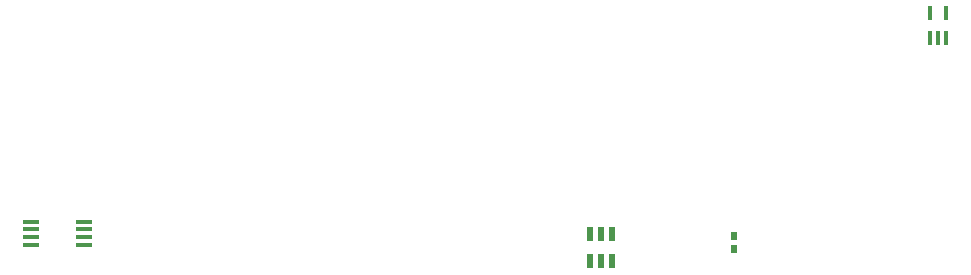
<source format=gbr>
G04 #@! TF.GenerationSoftware,KiCad,Pcbnew,(5.0.1)-3*
G04 #@! TF.CreationDate,2018-11-14T16:56:54-05:00*
G04 #@! TF.ProjectId,folding_amp,666F6C64696E675F616D702E6B696361,rev?*
G04 #@! TF.SameCoordinates,Original*
G04 #@! TF.FileFunction,Paste,Top*
G04 #@! TF.FilePolarity,Positive*
%FSLAX46Y46*%
G04 Gerber Fmt 4.6, Leading zero omitted, Abs format (unit mm)*
G04 Created by KiCad (PCBNEW (5.0.1)-3) date 11/14/2018 4:56:54 PM*
%MOMM*%
%LPD*%
G01*
G04 APERTURE LIST*
%ADD10R,0.355600X1.168400*%
%ADD11R,0.500000X0.700000*%
%ADD12R,1.397000X0.431800*%
%ADD13R,0.508000X1.219200*%
G04 APERTURE END LIST*
D10*
G04 #@! TO.C,U11*
X122789600Y-62741400D03*
X123450000Y-62741400D03*
X124110400Y-62741400D03*
X124110400Y-60658600D03*
X122789600Y-60658600D03*
G04 #@! TD*
D11*
G04 #@! TO.C,D1*
X106200000Y-80600000D03*
X106200000Y-79500000D03*
G04 #@! TD*
D12*
G04 #@! TO.C,U9*
X46690200Y-78325001D03*
X46690200Y-78974999D03*
X46690200Y-79625001D03*
X46690200Y-80274999D03*
X51109800Y-80274999D03*
X51109800Y-79625001D03*
X51109800Y-78974999D03*
X51109800Y-78325001D03*
G04 #@! TD*
D13*
G04 #@! TO.C,U10*
X93965941Y-81664208D03*
X94915942Y-81664208D03*
X95865943Y-81664208D03*
X95865943Y-79378208D03*
X94915942Y-79378208D03*
X93965941Y-79378208D03*
G04 #@! TD*
M02*

</source>
